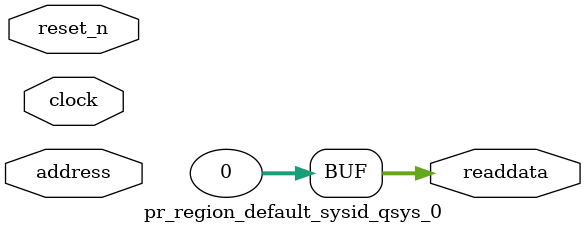
<source format=v>
module pr_region_default_sysid_qsys_0(	// file.cleaned.mlir:2:3
  input         clock,	// file.cleaned.mlir:2:48
                address,	// file.cleaned.mlir:2:64
                reset_n,	// file.cleaned.mlir:2:82
  output [31:0] readdata	// file.cleaned.mlir:2:101
);

  assign readdata = 32'h0;	// file.cleaned.mlir:3:15, :4:5
endmodule


</source>
